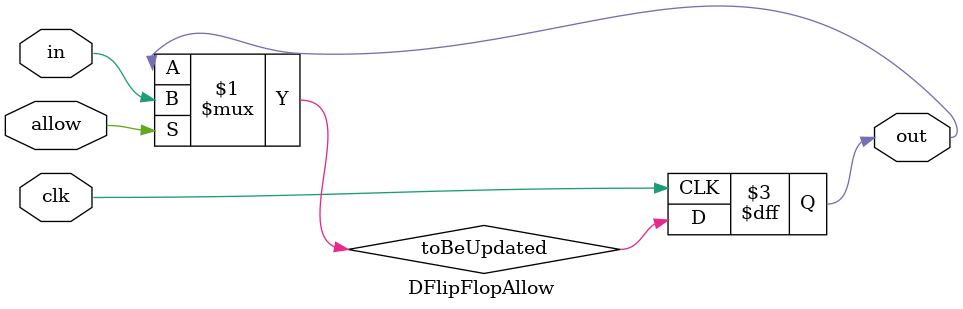
<source format=v>

module DFlipFlopAllow(clk, allow, in, out) ;
  parameter n = 1;  // width
  input clk, allow ;
  input [n-1:0] in ;
  output [n-1:0] out ;
  reg [n-1:0] out ;
  wire toBeUpdate [n-1:0];

assign toBeUpdated = allow? in : out; //only update if allowed

  always @(posedge clk) 
    out = toBeUpdated ; 
endmodule

</source>
